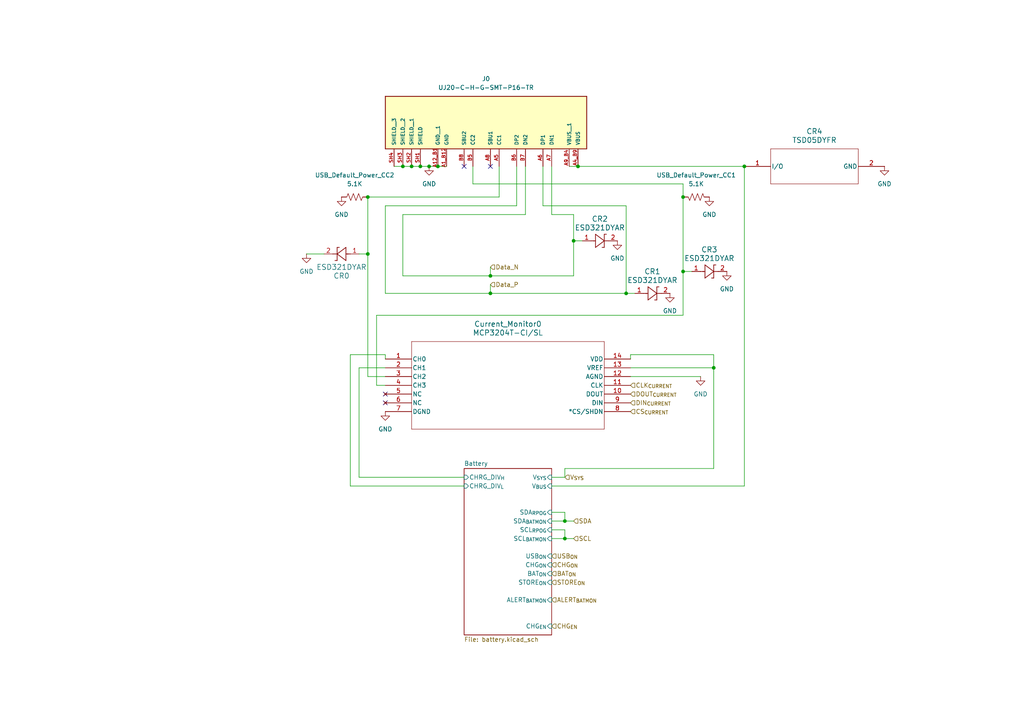
<source format=kicad_sch>
(kicad_sch (version 20250114) (generator "eeschema") (generator_version "9.0")
  (paper "A4")
  (title_block (title "Stenoswitch") (rev "0.1") (company "https://github.com/Bennett-Petzold/port_plover") (comment 1 "NO WARRANTY. See license.") (comment 2 "https://creativecommons.org/licenses/by-sa/4.0/") (comment 3 "© 2025. This work is openly licensed via CC BY-SA 4.0."))
  (lib_symbols
    (symbol "Device:R_US" (pin_numbers (hide yes)) (pin_names (offset 0))
      (property "Reference" "R" (at 2.54 0 90))
      (property "Value" "R_US" (at -2.54 0 90))
      (symbol "R_US_0_1"
        (polyline (pts (xy 0 2.286) (xy 0 2.54)))
        (polyline (pts (xy 0 2.286) (xy 1.016 1.905) (xy 0 1.524) (xy -1.016 1.143) (xy 0 0.762)))
        (polyline (pts (xy 0 0.762) (xy 1.016 0.381) (xy 0 0) (xy -1.016 -0.381) (xy 0 -0.762)))
        (polyline (pts (xy 0 -0.762) (xy 1.016 -1.143) (xy 0 -1.524) (xy -1.016 -1.905) (xy 0 -2.286)))
        (polyline (pts (xy 0 -2.286) (xy 0 -2.54)))
      )
      (symbol "R_US_1_1"
        (pin passive line (at 0 3.81 270) (length 1.27) (name "~") (number "1"))
        (pin passive line (at 0 -3.81 90) (length 1.27) (name "~") (number "2"))
      )
    )
    (symbol "ESD321DYAR:ESD321DYAR" (pin_names (offset 0.254))
      (property "Reference" "CR" (at 5.08 4.445 0))
      (property "Value" "ESD321DYAR" (at 5.08 -3.81 0))
      (symbol "ESD321DYAR_0_1"
        (polyline (pts (xy 2.54 0) (xy 3.4798 0)) (stroke (width 0.2032)))
        (polyline (pts (xy 3.175 0) (xy 3.81 0)) (stroke (width 0.2032)))
        (polyline (pts (xy 3.81 1.905) (xy 3.81 -1.905)) (stroke (width 0.2032)))
        (polyline (pts (xy 3.81 -1.905) (xy 6.35 0)) (stroke (width 0.2032)))
        (polyline (pts (xy 6.35 1.905) (xy 6.985 1.905)) (stroke (width 0.2032)))
        (polyline (pts (xy 6.35 0) (xy 3.81 1.905)) (stroke (width 0.2032)))
        (polyline (pts (xy 6.35 0) (xy 7.62 0)) (stroke (width 0.2032)))
        (polyline (pts (xy 6.35 -1.905) (xy 5.715 -1.905)) (stroke (width 0.2032)))
        (polyline (pts (xy 6.35 -1.905) (xy 6.35 1.905)) (stroke (width 0.2032)))
        (pin input line (at 0 0 0) (length 2.54) (name "") (number "1"))
      )
      (symbol "ESD321DYAR_1_1"
        (pin power_in line (at 10.16 0 180) (length 2.54) (name "") (number "2"))
      )
    )
    (symbol "MCP3204T_CI_SL:MCP3204T-CI_SL" (pin_names (offset 0.254))
      (property "Reference" "U" (at 35.56 10.16 0))
      (property "Value" "MCP3204T-CI/SL" (at 35.56 7.62 0))
      (symbol "MCP3204T-CI_SL_0_1"
        (polyline (pts (xy 7.62 5.08) (xy 7.62 -20.32)) (stroke (width 0.127)))
        (polyline (pts (xy 7.62 -20.32) (xy 63.5 -20.32)) (stroke (width 0.127)))
        (polyline (pts (xy 63.5 5.08) (xy 7.62 5.08)) (stroke (width 0.127)))
        (polyline (pts (xy 63.5 -20.32) (xy 63.5 5.08)) (stroke (width 0.127)))
        (pin input line (at 0 0 0) (length 7.62) (name "CH0") (number "1"))
        (pin input line (at 0 -2.54 0) (length 7.62) (name "CH1") (number "2"))
        (pin input line (at 0 -5.08 0) (length 7.62) (name "CH2") (number "3"))
        (pin input line (at 0 -7.62 0) (length 7.62) (name "CH3") (number "4"))
        (pin no_connect line (at 0 -10.16 0) (length 7.62) (name "NC") (number "5"))
        (pin no_connect line (at 0 -12.7 0) (length 7.62) (name "NC") (number "6"))
        (pin input line (at 71.12 -2.54 180) (length 7.62) (name "VREF") (number "13"))
        (pin power_in line (at 71.12 -5.08 180) (length 7.62) (name "AGND") (number "12"))
        (pin input line (at 71.12 -7.62 180) (length 7.62) (name "CLK") (number "11"))
        (pin tri_state line (at 71.12 -10.16 180) (length 7.62) (name "DOUT") (number "10"))
        (pin input line (at 71.12 -12.7 180) (length 7.62) (name "DIN") (number "9"))
        (pin input line (at 71.12 -15.24 180) (length 7.62) (name "*CS/SHDN") (number "8"))
      )
      (symbol "MCP3204T-CI_SL_1_1"
        (pin power_in line (at 0 -15.24 0) (length 7.62) (name "DGND") (number "7"))
        (pin power_in line (at 71.12 0 180) (length 7.62) (name "VDD") (number "14"))
      )
    )
    (symbol "TSD05DYFR:TSD05DYFR" (pin_names (offset 0.254))
      (property "Reference" "CR" (at 20.32 10.16 0))
      (property "Value" "TSD05DYFR" (at 20.32 7.62 0))
      (symbol "TSD05DYFR_0_1"
        (polyline (pts (xy 7.62 5.08) (xy 7.62 -5.08)) (stroke (width 0.127)))
        (polyline (pts (xy 7.62 -5.08) (xy 33.02 -5.08)) (stroke (width 0.127)))
        (polyline (pts (xy 33.02 5.08) (xy 7.62 5.08)) (stroke (width 0.127)))
        (polyline (pts (xy 33.02 -5.08) (xy 33.02 5.08)) (stroke (width 0.127)))
        (pin power_in line (at 0 0 0) (length 7.62) (name "I/O") (number "1"))
      )
      (symbol "TSD05DYFR_1_1"
        (pin power_in line (at 40.64 0 180) (length 7.62) (name "GND") (number "2"))
      )
    )
    (symbol "UJ20-C-H-G-SMT-P16-TR:UJ20-C-H-G-SMT-P16-TR" (pin_names (offset 1.016))
      (property "Reference" "J" (at -7.62 23.622 0))
      (property "Value" "UJ20-C-H-G-SMT-P16-TR" (at -7.62 -36.322 0))
      (symbol "UJ20-C-H-G-SMT-P16-TR_0_0"
        (rectangle (start -7.62 22.86) (end 7.62 -35.56) (stroke (width 0.254)) (fill (type background)))
        (pin power_out line (at 12.7 20.32 180) (length 5.08) (name "VBUS") (number "A4_B9"))
        (pin passive line (at 12.7 17.78 180) (length 5.08) (name "VBUS__1") (number "A9_B4"))
        (pin passive line (at 12.7 -2.54 180) (length 5.08) (name "CC1") (number "A5"))
        (pin passive line (at 12.7 -5.08 180) (length 5.08) (name "SBU1") (number "A8"))
        (pin passive line (at 12.7 -10.16 180) (length 5.08) (name "CC2") (number "B5"))
        (pin passive line (at 12.7 -12.7 180) (length 5.08) (name "SBU2") (number "B8"))
        (pin power_in line (at 12.7 -17.78 180) (length 5.08) (name "GND") (number "A1_B12"))
        (pin power_in line (at 12.7 -20.32 180) (length 5.08) (name "GND__1") (number "A12_B1"))
        (pin passive line (at 12.7 -25.4 180) (length 5.08) (name "SHIELD") (number "SH1"))
        (pin passive line (at 12.7 -27.94 180) (length 5.08) (name "SHIELD__1") (number "SH2"))
        (pin passive line (at 12.7 -30.48 180) (length 5.08) (name "SHIELD__2") (number "SH3"))
        (pin passive line (at 12.7 -33.02 180) (length 5.08) (name "SHIELD__3") (number "SH4"))
      )
      (symbol "UJ20-C-H-G-SMT-P16-TR_1_0"
        (pin bidirectional line (at 12.7 12.7 180) (length 5.08) (name "DN1") (number "A7"))
        (pin bidirectional line (at 12.7 10.16 180) (length 5.08) (name "DP1") (number "A6"))
        (pin bidirectional line (at 12.7 5.08 180) (length 5.08) (name "DN2") (number "B7"))
        (pin bidirectional line (at 12.7 2.54 180) (length 5.08) (name "DP2") (number "B6"))
      )
    )
    (symbol "power:GND" (power) (pin_numbers (hide yes)) (pin_names (offset 0) (hide yes))
      (property "Value" "GND" (at 0 -3.81 0))
      (symbol "GND_0_1"
        (polyline (pts (xy 0 0) (xy 0 -1.27) (xy 1.27 -1.27) (xy 0 -2.54) (xy -1.27 -1.27) (xy 0 -1.27)))
      )
      (symbol "GND_1_1"
        (pin power_in line (at 0 0 270) (length 0) (name "~") (number "1"))
      )
    )
  )
  (junction (at 142.24 85.09))
  (junction (at 106.68 73.66))
  (junction (at 163.83 151.13))
  (junction (at 116.84 48.26))
  (junction (at 119.38 48.26))
  (junction (at 198.12 78.74))
  (junction (at 166.37 69.85))
  (junction (at 181.61 85.09))
  (junction (at 124.46 48.26))
  (junction (at 121.92 48.26))
  (junction (at 215.9 48.26))
  (junction (at 198.12 57.15))
  (junction (at 127 48.26))
  (junction (at 207.01 106.68))
  (junction (at 142.24 80.01))
  (junction (at 167.64 48.26))
  (junction (at 163.83 156.21))
  (junction (at 106.68 57.15))
  (no_connect (at 111.76 116.84))
  (no_connect (at 134.62 48.26))
  (no_connect (at 142.24 48.26))
  (no_connect (at 111.76 114.3))
  (wire (pts (xy 111.76 111.76) (xy 109.22 111.76)))
  (wire (pts (xy 157.48 48.26) (xy 157.48 59.69)))
  (wire (pts (xy 137.16 53.34) (xy 198.12 53.34)))
  (wire (pts (xy 101.6 102.87) (xy 111.76 102.87)))
  (wire (pts (xy 114.3 48.26) (xy 116.84 48.26)))
  (wire (pts (xy 106.68 73.66) (xy 106.68 57.15)))
  (wire (pts (xy 168.91 69.85) (xy 166.37 69.85)))
  (wire (pts (xy 119.38 48.26) (xy 121.92 48.26)))
  (wire (pts (xy 165.1 48.26) (xy 167.64 48.26)))
  (wire (pts (xy 106.68 109.22) (xy 111.76 109.22)))
  (wire (pts (xy 101.6 140.97) (xy 134.62 140.97)))
  (wire (pts (xy 109.22 91.44) (xy 198.12 91.44)))
  (wire (pts (xy 116.84 62.23) (xy 152.4 62.23)))
  (wire (pts (xy 198.12 78.74) (xy 198.12 91.44)))
  (wire (pts (xy 198.12 57.15) (xy 198.12 78.74)))
  (wire (pts (xy 101.6 102.87) (xy 101.6 140.97)))
  (wire (pts (xy 144.78 48.26) (xy 144.78 57.15)))
  (wire (pts (xy 144.78 57.15) (xy 106.68 57.15)))
  (wire (pts (xy 200.66 78.74) (xy 198.12 78.74)))
  (wire (pts (xy 207.01 135.89) (xy 207.01 106.68)))
  (wire (pts (xy 142.24 80.01) (xy 166.37 80.01)))
  (wire (pts (xy 127 48.26) (xy 129.54 48.26)))
  (wire (pts (xy 111.76 102.87) (xy 111.76 104.14)))
  (wire (pts (xy 142.24 77.47) (xy 142.24 80.01)))
  (wire (pts (xy 157.48 59.69) (xy 181.61 59.69)))
  (wire (pts (xy 163.83 156.21) (xy 160.02 156.21)))
  (wire (pts (xy 106.68 73.66) (xy 106.68 109.22)))
  (wire (pts (xy 149.86 48.26) (xy 149.86 59.69)))
  (wire (pts (xy 160.02 151.13) (xy 163.83 151.13)))
  (wire (pts (xy 163.83 151.13) (xy 166.37 151.13)))
  (wire (pts (xy 116.84 80.01) (xy 142.24 80.01)))
  (wire (pts (xy 163.83 153.67) (xy 163.83 156.21)))
  (wire (pts (xy 163.83 138.43) (xy 163.83 135.89)))
  (wire (pts (xy 184.15 85.09) (xy 181.61 85.09)))
  (wire (pts (xy 111.76 85.09) (xy 142.24 85.09)))
  (wire (pts (xy 166.37 80.01) (xy 166.37 69.85)))
  (wire (pts (xy 215.9 140.97) (xy 160.02 140.97)))
  (wire (pts (xy 137.16 48.26) (xy 137.16 53.34)))
  (wire (pts (xy 181.61 59.69) (xy 181.61 85.09)))
  (wire (pts (xy 166.37 156.21) (xy 163.83 156.21)))
  (wire (pts (xy 104.14 106.68) (xy 111.76 106.68)))
  (wire (pts (xy 142.24 85.09) (xy 181.61 85.09)))
  (wire (pts (xy 207.01 106.68) (xy 182.88 106.68)))
  (wire (pts (xy 163.83 148.59) (xy 163.83 151.13)))
  (wire (pts (xy 124.46 48.26) (xy 121.92 48.26)))
  (wire (pts (xy 167.64 48.26) (xy 215.9 48.26)))
  (wire (pts (xy 207.01 106.68) (xy 207.01 102.87)))
  (wire (pts (xy 160.02 62.23) (xy 166.37 62.23)))
  (wire (pts (xy 109.22 91.44) (xy 109.22 111.76)))
  (wire (pts (xy 111.76 59.69) (xy 149.86 59.69)))
  (wire (pts (xy 160.02 148.59) (xy 163.83 148.59)))
  (wire (pts (xy 166.37 69.85) (xy 166.37 62.23)))
  (wire (pts (xy 152.4 48.26) (xy 152.4 62.23)))
  (wire (pts (xy 104.14 73.66) (xy 106.68 73.66)))
  (wire (pts (xy 116.84 48.26) (xy 119.38 48.26)))
  (wire (pts (xy 104.14 106.68) (xy 104.14 138.43)))
  (wire (pts (xy 182.88 109.22) (xy 203.2 109.22)))
  (wire (pts (xy 88.9 73.66) (xy 93.98 73.66)))
  (wire (pts (xy 207.01 102.87) (xy 182.88 102.87)))
  (wire (pts (xy 160.02 153.67) (xy 163.83 153.67)))
  (wire (pts (xy 104.14 138.43) (xy 134.62 138.43)))
  (wire (pts (xy 182.88 102.87) (xy 182.88 104.14)))
  (wire (pts (xy 142.24 82.55) (xy 142.24 85.09)))
  (wire (pts (xy 111.76 59.69) (xy 111.76 85.09)))
  (wire (pts (xy 198.12 53.34) (xy 198.12 57.15)))
  (wire (pts (xy 160.02 48.26) (xy 160.02 62.23)))
  (wire (pts (xy 160.02 138.43) (xy 163.83 138.43)))
  (wire (pts (xy 124.46 48.26) (xy 127 48.26)))
  (wire (pts (xy 215.9 48.26) (xy 215.9 140.97)))
  (wire (pts (xy 116.84 62.23) (xy 116.84 80.01)))
  (wire (pts (xy 163.83 135.89) (xy 207.01 135.89)))
  (hierarchical_label "DIN_{CURRENT}" (shape input) (at 182.88 116.84 0))
  (hierarchical_label "V_{SYS}" (shape input) (at 163.83 138.43 0))
  (hierarchical_label "STORE_{ON}" (shape input) (at 160.02 168.91 0))
  (hierarchical_label "BAT_{ON}" (shape input) (at 160.02 166.37 0))
  (hierarchical_label "SDA" (shape input) (at 166.37 151.13 0))
  (hierarchical_label "Data_P" (shape input) (at 142.24 82.55 0))
  (hierarchical_label "CS_{CURRENT}" (shape input) (at 182.88 119.38 0))
  (hierarchical_label "CHG_{ON}" (shape input) (at 160.02 163.83 0))
  (hierarchical_label "Data_N" (shape input) (at 142.24 77.47 0))
  (hierarchical_label "DOUT_{CURRENT}" (shape input) (at 182.88 114.3 0))
  (hierarchical_label "SCL" (shape input) (at 166.37 156.21 0))
  (hierarchical_label "CHG_{EN}" (shape input) (at 160.02 181.61 0))
  (hierarchical_label "CLK_{CURRENT}" (shape input) (at 182.88 111.76 0))
  (hierarchical_label "USB_{ON}" (shape input) (at 160.02 161.29 0))
  (hierarchical_label "ALERT_{BATMON}" (shape input) (at 160.02 173.99 0))
  (symbol (lib_id "power:GND") (at 179.07 69.85 0) (mirror y) (unit 1)
    (property "Reference" "#PWR07" (effects (hide yes)))
    (property "Value" "GND" (at 179.07 74.93 0))
    (property "Description" "Power symbol creates a global label with name \"GND\" , ground" (effects (hide yes)))
    (instances (project "portable_steno" (path "" (reference "#PWR07") (unit 1))) (project "right_hand" (path "" (reference "#PWR09") (unit 1))))
  )
  (symbol (lib_id "Device:R_US") (at 102.87 57.15 270) (unit 1)
    (property "Reference" "USB_Default_Power_CC2" (at 102.87 50.8 90))
    (property "Value" "5.1K" (at 102.87 53.34 90))
    (property "Footprint" "Resistor_SMD:R_0805_2012Metric" (effects (hide yes)))
    (property "Datasheet" "https://www.digikey.com/en/products/detail/stackpole-electronics-inc/RNCF0805DTE5K10/6241868" (effects (hide yes)))
    (property "Description" "Resistor, US symbol" (effects (hide yes)))
    (instances (project "portable_steno" (path "" (reference "USB_Default_Power_CC2") (unit 1))) (project "right_hand" (path "" (reference "USB_Default_Power_CC1") (unit 1))))
  )
  (symbol (lib_id "power:GND") (at 256.54 48.26 0) (mirror y) (unit 1)
    (property "Reference" "#PWR037" (effects (hide yes)))
    (property "Value" "GND" (at 256.54 53.34 0))
    (property "Description" "Power symbol creates a global label with name \"GND\" , ground" (effects (hide yes)))
    (instances (project "portable_steno" (path "" (reference "#PWR037") (unit 1))) (project "right_hand" (path "" (reference "#PWR023") (unit 1))))
  )
  (symbol (lib_id "power:GND") (at 194.31 85.09 0) (mirror y) (unit 1)
    (property "Reference" "#PWR08" (effects (hide yes)))
    (property "Value" "GND" (at 194.31 90.17 0))
    (property "Description" "Power symbol creates a global label with name \"GND\" , ground" (effects (hide yes)))
    (instances (project "portable_steno" (path "" (reference "#PWR08") (unit 1))) (project "right_hand" (path "" (reference "#PWR021") (unit 1))))
  )
  (symbol (lib_id "power:GND") (at 88.9 73.66 0) (mirror y) (unit 1)
    (property "Reference" "#PWR035" (effects (hide yes)))
    (property "Value" "GND" (at 88.9 78.74 0))
    (property "Description" "Power symbol creates a global label with name \"GND\" , ground" (effects (hide yes)))
    (instances (project "portable_steno" (path "" (reference "#PWR035") (unit 1))) (project "right_hand" (path "" (reference "#PWR027") (unit 1))))
  )
  (symbol (lib_id "ESD321DYAR:ESD321DYAR") (at 104.14 73.66 180) (unit 1)
    (property "Reference" "CR0" (at 99.06 80.01 0) (effects (font (size 1.524 1.524))))
    (property "Value" "ESD321DYAR" (at 99.06 77.47 0) (effects (font (size 1.524 1.524))))
    (property "Footprint" "SOT5x3_DYA_TEX" (effects (hide yes)))
    (property "Datasheet" "https://www.ti.com/lit/gpn/esd321" (effects (hide yes)))
    (instances (project "portable_steno" (path "" (reference "CR0") (unit 1))) (project "right_hand" (path "" (reference "CR3") (unit 1))))
  )
  (symbol (lib_id "power:GND") (at 111.76 119.38 0) (unit 1)
    (property "Reference" "#PWR04" (effects (hide yes)))
    (property "Value" "GND" (at 111.76 124.46 0))
    (property "Description" "Power symbol creates a global label with name \"GND\" , ground" (effects (hide yes)))
    (instances (project "portable_steno" (path "" (reference "#PWR04") (unit 1))) (project "right_hand" (path "" (reference "#PWR0105") (unit 1))))
  )
  (symbol (lib_id "TSD05DYFR:TSD05DYFR") (at 215.9 48.26 0) (unit 1)
    (property "Reference" "CR4" (at 236.22 38.1 0) (effects (font (size 1.524 1.524))))
    (property "Value" "TSD05DYFR" (at 236.22 40.64 0) (effects (font (size 1.524 1.524))))
    (property "Footprint" "TVS_SOD2_DYF_TEX" (effects (hide yes)))
    (property "Datasheet" "https://www.ti.com/lit/gpn/tsd05" (effects (hide yes)))
    (instances (project "" (path "" (reference "CR4") (unit 1))) (project "right_hand" (path "" (reference "CR2") (unit 1))))
  )
  (symbol (lib_id "MCP3204T_CI_SL:MCP3204T-CI_SL") (at 111.76 104.14 0) (unit 1)
    (property "Reference" "Current_Monitor0" (at 147.32 93.98 0) (effects (font (size 1.524 1.524))))
    (property "Value" "MCP3204T-CI/SL" (at 147.32 96.52 0) (effects (font (size 1.524 1.524))))
    (property "Footprint" "SOIC14-N_MC_MCH" (effects (hide yes)))
    (property "Datasheet" "MCP3204T-CI/SL" (effects (hide yes)))
    (instances (project "portable_steno" (path "" (reference "Current_Monitor0") (unit 1))) (project "right_hand" (path "" (reference "Current_Monitor1") (unit 1))))
  )
  (symbol (lib_id "power:GND") (at 205.74 57.15 0) (mirror y) (unit 1)
    (property "Reference" "#PWR03" (effects (hide yes)))
    (property "Value" "GND" (at 205.74 62.23 0))
    (property "Description" "Power symbol creates a global label with name \"GND\" , ground" (effects (hide yes)))
    (instances (project "portable_steno" (path "" (reference "#PWR03") (unit 1))) (project "right_hand" (path "" (reference "#PWR0101") (unit 1))))
  )
  (symbol (lib_id "ESD321DYAR:ESD321DYAR") (at 200.66 78.74 0) (unit 1)
    (property "Reference" "CR3" (at 205.74 72.39 0) (effects (font (size 1.524 1.524))))
    (property "Value" "ESD321DYAR" (at 205.74 74.93 0) (effects (font (size 1.524 1.524))))
    (property "Footprint" "SOT5x3_DYA_TEX" (effects (hide yes)))
    (property "Datasheet" "https://www.ti.com/lit/gpn/esd321" (effects (hide yes)))
    (instances (project "portable_steno" (path "" (reference "CR3") (unit 1))) (project "right_hand" (path "" (reference "CR4") (unit 1))))
  )
  (symbol (lib_id "power:GND") (at 203.2 109.22 0) (unit 1)
    (property "Reference" "#PWR05" (effects (hide yes)))
    (property "Value" "GND" (at 203.2 114.3 0))
    (property "Description" "Power symbol creates a global label with name \"GND\" , ground" (effects (hide yes)))
    (instances (project "portable_steno" (path "" (reference "#PWR05") (unit 1))) (project "right_hand" (path "" (reference "#PWR0102") (unit 1))))
  )
  (symbol (lib_id "power:GND") (at 124.46 48.26 0) (unit 1)
    (property "Reference" "#PWR0104" (effects (hide yes)))
    (property "Value" "GND" (at 124.46 53.34 0))
    (property "Description" "Power symbol creates a global label with name \"GND\" , ground" (effects (hide yes)))
    (instances (project "portable_steno" (path "" (reference "#PWR0104") (unit 1))) (project "right_hand" (path "" (reference "#PWR0106") (unit 1))))
  )
  (symbol (lib_id "power:GND") (at 99.06 57.15 0) (unit 1)
    (property "Reference" "#PWR02" (effects (hide yes)))
    (property "Value" "GND" (at 99.06 62.23 0))
    (property "Description" "Power symbol creates a global label with name \"GND\" , ground" (effects (hide yes)))
    (instances (project "portable_steno" (path "" (reference "#PWR02") (unit 1))) (project "right_hand" (path "" (reference "#PWR0104") (unit 1))))
  )
  (symbol (lib_id "ESD321DYAR:ESD321DYAR") (at 168.91 69.85 0) (unit 1)
    (property "Reference" "CR2" (at 173.99 63.5 0) (effects (font (size 1.524 1.524))))
    (property "Value" "ESD321DYAR" (at 173.99 66.04 0) (effects (font (size 1.524 1.524))))
    (property "Footprint" "SOT5x3_DYA_TEX" (effects (hide yes)))
    (property "Datasheet" "https://www.ti.com/lit/gpn/esd321" (effects (hide yes)))
    (instances (project "portable_steno" (path "" (reference "CR2") (unit 1))) (project "right_hand" (path "" (reference "CR0") (unit 1))))
  )
  (symbol (lib_id "UJ20-C-H-G-SMT-P16-TR:UJ20-C-H-G-SMT-P16-TR") (at 147.32 35.56 270) (unit 1)
    (property "Reference" "J0" (at 140.97 22.86 90))
    (property "Value" "UJ20-C-H-G-SMT-P16-TR" (at 140.97 25.4 90))
    (property "Footprint" "UJ20-C-H-G-SMT-P16-TR:SAMESKY_UJ20-C-H-G-SMT-P16-TR" (effects (hide yes)))
    (property "PARTREV" "1.0" (effects (hide yes)))
    (property "STANDARD" "Manufacturer Recommendations" (effects (hide yes)))
    (property "MAXIMUM_PACKAGE_HEIGHT" "3.36mm" (effects (hide yes)))
    (property "MANUFACTURER" "Same Sky" (effects (hide yes)))
  )
  (symbol (lib_id "power:GND") (at 210.82 78.74 0) (mirror y) (unit 1)
    (property "Reference" "#PWR036" (effects (hide yes)))
    (property "Value" "GND" (at 210.82 83.82 0))
    (property "Description" "Power symbol creates a global label with name \"GND\" , ground" (effects (hide yes)))
    (instances (project "portable_steno" (path "" (reference "#PWR036") (unit 1))) (project "right_hand" (path "" (reference "#PWR028") (unit 1))))
  )
  (symbol (lib_id "Device:R_US") (at 201.93 57.15 90) (mirror x) (unit 1)
    (property "Reference" "USB_Default_Power_CC1" (at 201.93 50.8 90))
    (property "Value" "5.1K" (at 201.93 53.34 90))
    (property "Footprint" "Resistor_SMD:R_0805_2012Metric" (effects (hide yes)))
    (property "Datasheet" "https://www.digikey.com/en/products/detail/stackpole-electronics-inc/RNCF0805DTE5K10/6241868" (effects (hide yes)))
    (property "Description" "Resistor, US symbol" (effects (hide yes)))
    (instances (project "portable_steno" (path "" (reference "USB_Default_Power_CC1") (unit 1))) (project "right_hand" (path "" (reference "USB_Default_Power_CC2") (unit 1))))
  )
  (symbol (lib_id "ESD321DYAR:ESD321DYAR") (at 184.15 85.09 0) (unit 1)
    (property "Reference" "CR1" (at 189.23 78.74 0) (effects (font (size 1.524 1.524))))
    (property "Value" "ESD321DYAR" (at 189.23 81.28 0) (effects (font (size 1.524 1.524))))
    (property "Footprint" "SOT5x3_DYA_TEX" (effects (hide yes)))
    (property "Datasheet" "https://www.ti.com/lit/gpn/esd321" (effects (hide yes)))
  )
  (sheet (at 134.62 135.89) (size 25.4 48.26) (stroke (width 0.1524))
    (property "Sheetname" "Battery" (at 134.62 135.1784 0) (effects (justify left bottom)))
    (property "Sheetfile" "battery.kicad_sch" (at 134.62 184.7346 0) (effects (justify left top)))
    (pin "STORE_{ON}" input (at 160.02 168.91 0))
    (pin "ALERT_{BATMON}" input (at 160.02 173.99 0))
    (pin "BAT_{ON}" input (at 160.02 166.37 0))
    (pin "CHG_{EN}" input (at 160.02 181.61 0))
    (pin "CHG_{ON}" input (at 160.02 163.83 0))
    (pin "CHRG_DIV_{H}" input (at 134.62 138.43 180))
    (pin "CHRG_DIV_{L}" input (at 134.62 140.97 180))
    (pin "SCL_{BATMON}" input (at 160.02 156.21 0))
    (pin "SCL_{RPOG}" input (at 160.02 153.67 0))
    (pin "SDA_{BATMON}" input (at 160.02 151.13 0))
    (pin "SDA_{RPOG}" input (at 160.02 148.59 0))
    (pin "USB_{ON}" input (at 160.02 161.29 0))
    (pin "V_{BUS}" input (at 160.02 140.97 0))
    (pin "V_{SYS}" input (at 160.02 138.43 0))
  )
)
</source>
